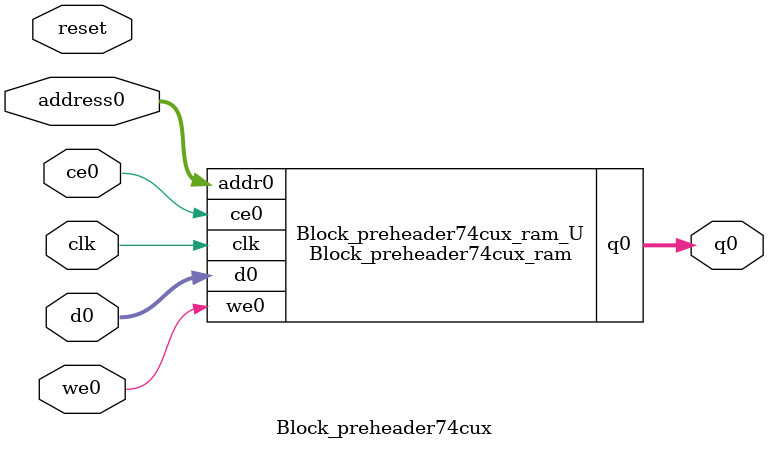
<source format=v>
`timescale 1 ns / 1 ps
module Block_preheader74cux_ram (addr0, ce0, d0, we0, q0,  clk);

parameter DWIDTH = 5;
parameter AWIDTH = 9;
parameter MEM_SIZE = 264;

input[AWIDTH-1:0] addr0;
input ce0;
input[DWIDTH-1:0] d0;
input we0;
output reg[DWIDTH-1:0] q0;
input clk;

(* ram_style = "block" *)reg [DWIDTH-1:0] ram[0:MEM_SIZE-1];




always @(posedge clk)  
begin 
    if (ce0) begin
        if (we0) 
            ram[addr0] <= d0; 
        q0 <= ram[addr0];
    end
end


endmodule

`timescale 1 ns / 1 ps
module Block_preheader74cux(
    reset,
    clk,
    address0,
    ce0,
    we0,
    d0,
    q0);

parameter DataWidth = 32'd5;
parameter AddressRange = 32'd264;
parameter AddressWidth = 32'd9;
input reset;
input clk;
input[AddressWidth - 1:0] address0;
input ce0;
input we0;
input[DataWidth - 1:0] d0;
output[DataWidth - 1:0] q0;



Block_preheader74cux_ram Block_preheader74cux_ram_U(
    .clk( clk ),
    .addr0( address0 ),
    .ce0( ce0 ),
    .we0( we0 ),
    .d0( d0 ),
    .q0( q0 ));

endmodule


</source>
